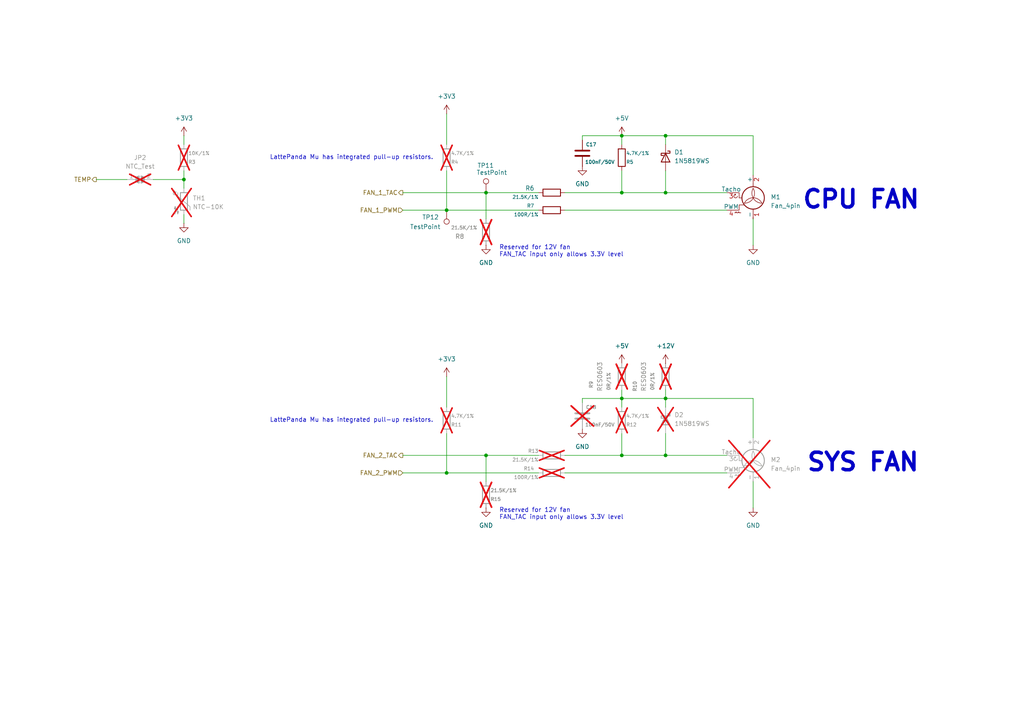
<source format=kicad_sch>
(kicad_sch (version 20250114) (generator "eeschema") (generator_version "9.0")
  (paper "A4")
  (lib_symbols
    (symbol "Connector:TestPoint" (pin_numbers (hide yes)) (pin_names (offset 0.762) (hide yes))
      (property "Reference" "TP" (at 0 6.858 0))
      (property "Value" "TestPoint" (at 0 5.08 0))
      (symbol "TestPoint_0_1"
        (circle (center 0 3.302) (radius 0.762))
      )
      (symbol "TestPoint_1_1"
        (pin passive line (at 0 0 90) (length 2.54) (name "1") (number "1"))
      )
    )
    (symbol "Device:C" (pin_numbers (hide yes)) (pin_names (offset 0.254))
      (property "Reference" "C" (at 0.635 2.54 0))
      (property "Value" "C" (at 0.635 -2.54 0))
      (symbol "C_0_1"
        (polyline (pts (xy -2.032 0.762) (xy 2.032 0.762)) (stroke (width 0.508)))
        (polyline (pts (xy -2.032 -0.762) (xy 2.032 -0.762)) (stroke (width 0.508)))
      )
      (symbol "C_1_1"
        (pin passive line (at 0 3.81 270) (length 2.794) (name "~") (number "1"))
        (pin passive line (at 0 -3.81 90) (length 2.794) (name "~") (number "2"))
      )
    )
    (symbol "Device:R" (pin_numbers (hide yes)) (pin_names (offset 0))
      (property "Reference" "R" (at 2.032 0 90))
      (property "Value" "R" (at 0 0 90))
      (symbol "R_0_1"
        (rectangle (start -1.016 -2.54) (end 1.016 2.54) (stroke (width 0.254)))
      )
      (symbol "R_1_1"
        (pin passive line (at 0 3.81 270) (length 1.27) (name "~") (number "1"))
        (pin passive line (at 0 -3.81 90) (length 1.27) (name "~") (number "2"))
      )
    )
    (symbol "Device:Thermistor_NTC" (pin_numbers (hide yes)) (pin_names (offset 0))
      (property "Reference" "TH" (at -4.445 0 90))
      (property "Value" "Thermistor_NTC" (at 3.175 0 90))
      (symbol "Thermistor_NTC_0_1"
        (arc (start -3.175 2.413) (mid -3.0506 2.3165) (end -3.048 2.159))
        (arc (start -3.048 2.794) (mid -2.9736 2.9736) (end -2.794 3.048))
        (arc (start -2.794 3.048) (mid -2.6144 2.9736) (end -2.54 2.794))
        (arc (start -2.794 2.54) (mid -2.9736 2.6144) (end -3.048 2.794))
        (arc (start -2.794 1.905) (mid -2.9736 1.9794) (end -3.048 2.159))
        (arc (start -2.54 2.159) (mid -2.6144 1.9794) (end -2.794 1.905))
        (arc (start -2.159 2.794) (mid -2.434 2.5608) (end -2.794 2.54))
        (polyline (pts (xy -2.54 2.159) (xy -2.54 2.794)))
        (polyline (pts (xy -2.54 -3.683) (xy -2.54 -1.397) (xy -2.794 -2.159) (xy -2.286 -2.159) (xy -2.54 -1.397) (xy -2.54 -1.651)) (fill (type outline)))
        (polyline (pts (xy -1.778 2.54) (xy -1.778 1.524) (xy 1.778 -1.524) (xy 1.778 -2.54)))
        (polyline (pts (xy -1.778 -1.397) (xy -1.778 -3.683) (xy -2.032 -2.921) (xy -1.524 -2.921) (xy -1.778 -3.683) (xy -1.778 -3.429)) (fill (type outline)))
        (rectangle (start -1.016 2.54) (end 1.016 -2.54) (stroke (width 0.254)))
      )
      (symbol "Thermistor_NTC_1_1"
        (pin passive line (at 0 3.81 270) (length 1.27) (name "~") (number "1"))
        (pin passive line (at 0 -3.81 90) (length 1.27) (name "~") (number "2"))
      )
    )
    (symbol "Diode:1N5819WS" (pin_numbers (hide yes)) (pin_names (offset 1.016) (hide yes))
      (property "Reference" "D" (at 0 2.54 0))
      (property "Value" "1N5819WS" (at 0 -2.54 0))
      (symbol "1N5819WS_0_1"
        (polyline (pts (xy -1.905 0.635) (xy -1.905 1.27) (xy -1.27 1.27) (xy -1.27 -1.27) (xy -0.635 -1.27) (xy -0.635 -0.635)) (stroke (width 0.254)))
        (polyline (pts (xy 1.27 1.27) (xy 1.27 -1.27) (xy -1.27 0) (xy 1.27 1.27)) (stroke (width 0.254)))
        (polyline (pts (xy 1.27 0) (xy -1.27 0)))
      )
      (symbol "1N5819WS_1_1"
        (pin passive line (at -3.81 0 0) (length 2.54) (name "K") (number "1"))
        (pin passive line (at 3.81 0 180) (length 2.54) (name "A") (number "2"))
      )
    )
    (symbol "Jumper:SolderJumper_2_Open" (pin_names (offset 0) (hide yes))
      (property "Reference" "JP" (at 0 2.032 0))
      (property "Value" "SolderJumper_2_Open" (at 0 -2.54 0))
      (symbol "SolderJumper_2_Open_0_1"
        (polyline (pts (xy -0.254 1.016) (xy -0.254 -1.016)))
        (arc (start -0.254 -1.016) (mid -1.2656 0) (end -0.254 1.016))
        (arc (start -0.254 -1.016) (mid -1.2656 0) (end -0.254 1.016) (fill (type outline)))
        (arc (start 0.254 1.016) (mid 1.2656 0) (end 0.254 -1.016))
        (arc (start 0.254 1.016) (mid 1.2656 0) (end 0.254 -1.016) (fill (type outline)))
        (polyline (pts (xy 0.254 1.016) (xy 0.254 -1.016)))
      )
      (symbol "SolderJumper_2_Open_1_1"
        (pin passive line (at -3.81 0 0) (length 2.54) (name "A") (number "1"))
        (pin passive line (at 3.81 0 180) (length 2.54) (name "B") (number "2"))
      )
    )
    (symbol "Motor:Fan_4pin" (pin_names (offset 0))
      (property "Reference" "M" (at 2.54 5.08 0))
      (property "Value" "Fan_4pin" (at 2.54 -2.54 0))
      (symbol "Fan_4pin_0_0"
        (polyline (pts (xy -5.08 2.032) (xy -5.334 2.159)))
        (polyline (pts (xy -5.08 2.032) (xy -5.207 1.778)))
        (arc (start -4.572 1.524) (mid -5.08 1.0182) (end -5.588 1.524))
        (arc (start -5.588 1.524) (mid -5.4392 1.8832) (end -5.08 2.032))
        (polyline (pts (xy -4.064 2.54) (xy -4.064 1.016) (xy -3.302 1.016)))
      )
      (symbol "Fan_4pin_0_1"
        (polyline (pts (xy -5.334 -3.302) (xy -5.08 -3.302) (xy -5.08 -3.048) (xy -4.826 -3.048) (xy -4.826 -3.302) (xy -4.318 -3.302) (xy -4.318 -3.048) (xy -4.064 -3.048) (xy -4.064 -3.302) (xy -3.556 -3.302)))
        (polyline (pts (xy -4.064 2.54) (xy -5.08 2.54)))
        (polyline (pts (xy -2.54 -1.016) (xy -4.064 -1.016) (xy -4.064 -2.54) (xy -5.08 -2.54)))
        (arc (start 0 3.81) (mid -0.0015 0.9048) (end -2.54 -0.508))
        (polyline (pts (xy 0 4.572) (xy 0 5.08)))
        (polyline (pts (xy 0 4.2672) (xy 0 4.6228)))
        (circle (center 0 1.016) (radius 3.2512) (stroke (width 0.254)))
        (arc (start -2.54 -0.508) (mid 0 1.0618) (end 2.54 -0.508))
        (polyline (pts (xy 0 -2.2352) (xy 0 -2.6416)))
        (polyline (pts (xy 0 -5.08) (xy 0 -4.572)))
        (arc (start 2.54 -0.508) (mid 0.047 0.9315) (end 0 3.81))
      )
      (symbol "Fan_4pin_1_1"
        (pin passive line (at -7.62 2.54 0) (length 2.54) (name "Tacho") (number "3"))
        (pin input line (at -7.62 -2.54 0) (length 2.54) (name "PWM") (number "4"))
        (pin passive line (at 0 7.62 270) (length 2.54) (name "+") (number "2"))
        (pin passive line (at 0 -5.08 90) (length 2.54) (name "-") (number "1"))
      )
    )
    (symbol "power:+12V" (power) (pin_numbers (hide yes)) (pin_names (offset 0) (hide yes))
      (property "Value" "+12V" (at 0 3.556 0))
      (symbol "+12V_0_1"
        (polyline (pts (xy -0.762 1.27) (xy 0 2.54)))
        (polyline (pts (xy 0 2.54) (xy 0.762 1.27)))
        (polyline (pts (xy 0 0) (xy 0 2.54)))
      )
      (symbol "+12V_1_1"
        (pin power_in line (at 0 0 90) (length 0) (name "~") (number "1"))
      )
    )
    (symbol "power:+3V3" (power) (pin_numbers (hide yes)) (pin_names (offset 0) (hide yes))
      (property "Value" "+3V3" (at 0 3.556 0))
      (symbol "+3V3_0_1"
        (polyline (pts (xy -0.762 1.27) (xy 0 2.54)))
        (polyline (pts (xy 0 2.54) (xy 0.762 1.27)))
        (polyline (pts (xy 0 0) (xy 0 2.54)))
      )
      (symbol "+3V3_1_1"
        (pin power_in line (at 0 0 90) (length 0) (name "~") (number "1"))
      )
    )
    (symbol "power:+5V" (power) (pin_numbers (hide yes)) (pin_names (offset 0) (hide yes))
      (property "Value" "+5V" (at 0 3.556 0))
      (symbol "+5V_0_1"
        (polyline (pts (xy -0.762 1.27) (xy 0 2.54)))
        (polyline (pts (xy 0 2.54) (xy 0.762 1.27)))
        (polyline (pts (xy 0 0) (xy 0 2.54)))
      )
      (symbol "+5V_1_1"
        (pin power_in line (at 0 0 90) (length 0) (name "~") (number "1"))
      )
    )
    (symbol "power:GND" (power) (pin_numbers (hide yes)) (pin_names (offset 0) (hide yes))
      (property "Value" "GND" (at 0 -3.81 0))
      (symbol "GND_0_1"
        (polyline (pts (xy 0 0) (xy 0 -1.27) (xy 1.27 -1.27) (xy 0 -2.54) (xy -1.27 -1.27) (xy 0 -1.27)))
      )
      (symbol "GND_1_1"
        (pin power_in line (at 0 0 270) (length 0) (name "~") (number "1"))
      )
    )
  )
  (text "CPU FAN" (at 232.41 60.96 0) (effects (font (size 5.08 5.08) (bold yes)) (justify left bottom)))
  (text "Reserved for 12V fan\nFAN_TAC input only allows 3.3V level" (at 144.78 147.32 0) (effects (font (size 1.27 1.27)) (justify left top)))
  (text "SYS FAN" (at 233.68 137.16 0) (effects (font (size 5.08 5.08) (bold yes)) (justify left bottom)))
  (text "LattePanda Mu has integrated pull-up resistors." (at 125.73 121.92 0) (effects (font (size 1.27 1.27)) (justify right)))
  (text "Reserved for 12V fan\nFAN_TAC input only allows 3.3V level" (at 144.78 71.12 0) (effects (font (size 1.27 1.27)) (justify left top)))
  (text "LattePanda Mu has integrated pull-up resistors." (at 125.73 45.72 0) (effects (font (size 1.27 1.27)) (justify right)))
  (junction (at 193.04 115.57))
  (junction (at 53.34 52.07))
  (junction (at 140.97 132.08))
  (junction (at 193.04 55.88))
  (junction (at 140.97 55.88))
  (junction (at 129.54 137.16))
  (junction (at 180.34 115.57))
  (junction (at 193.04 132.08))
  (junction (at 129.54 60.96))
  (junction (at 180.34 132.08))
  (junction (at 180.34 55.88))
  (junction (at 193.04 39.37))
  (junction (at 180.34 39.37))
  (wire (pts (xy 163.83 55.88) (xy 180.34 55.88)))
  (wire (pts (xy 129.54 60.96) (xy 156.21 60.96)))
  (wire (pts (xy 180.34 115.57) (xy 180.34 118.11)))
  (wire (pts (xy 168.91 40.64) (xy 168.91 39.37)))
  (wire (pts (xy 53.34 49.53) (xy 53.34 52.07)))
  (wire (pts (xy 210.82 55.88) (xy 193.04 55.88)))
  (wire (pts (xy 168.91 115.57) (xy 180.34 115.57)))
  (wire (pts (xy 193.04 115.57) (xy 180.34 115.57)))
  (wire (pts (xy 116.84 60.96) (xy 129.54 60.96)))
  (wire (pts (xy 163.83 137.16) (xy 210.82 137.16)))
  (wire (pts (xy 163.83 132.08) (xy 180.34 132.08)))
  (wire (pts (xy 180.34 39.37) (xy 180.34 41.91)))
  (wire (pts (xy 129.54 137.16) (xy 156.21 137.16)))
  (wire (pts (xy 168.91 116.84) (xy 168.91 115.57)))
  (wire (pts (xy 116.84 132.08) (xy 140.97 132.08)))
  (wire (pts (xy 193.04 118.11) (xy 193.04 115.57)))
  (wire (pts (xy 218.44 39.37) (xy 193.04 39.37)))
  (wire (pts (xy 140.97 55.88) (xy 140.97 63.5)))
  (wire (pts (xy 193.04 41.91) (xy 193.04 39.37)))
  (wire (pts (xy 53.34 39.37) (xy 53.34 41.91)))
  (wire (pts (xy 129.54 33.02) (xy 129.54 41.91)))
  (wire (pts (xy 27.94 52.07) (xy 36.83 52.07)))
  (wire (pts (xy 193.04 113.03) (xy 193.04 115.57)))
  (wire (pts (xy 116.84 137.16) (xy 129.54 137.16)))
  (wire (pts (xy 129.54 49.53) (xy 129.54 60.96)))
  (wire (pts (xy 129.54 125.73) (xy 129.54 137.16)))
  (wire (pts (xy 218.44 115.57) (xy 193.04 115.57)))
  (wire (pts (xy 193.04 55.88) (xy 193.04 49.53)))
  (wire (pts (xy 140.97 132.08) (xy 156.21 132.08)))
  (wire (pts (xy 180.34 49.53) (xy 180.34 55.88)))
  (wire (pts (xy 163.83 60.96) (xy 210.82 60.96)))
  (wire (pts (xy 140.97 132.08) (xy 140.97 139.7)))
  (wire (pts (xy 193.04 39.37) (xy 180.34 39.37)))
  (wire (pts (xy 193.04 132.08) (xy 193.04 125.73)))
  (wire (pts (xy 218.44 127) (xy 218.44 115.57)))
  (wire (pts (xy 53.34 52.07) (xy 53.34 54.61)))
  (wire (pts (xy 180.34 113.03) (xy 180.34 115.57)))
  (wire (pts (xy 140.97 55.88) (xy 156.21 55.88)))
  (wire (pts (xy 168.91 39.37) (xy 180.34 39.37)))
  (wire (pts (xy 218.44 50.8) (xy 218.44 39.37)))
  (wire (pts (xy 180.34 125.73) (xy 180.34 132.08)))
  (wire (pts (xy 53.34 62.23) (xy 53.34 64.77)))
  (wire (pts (xy 129.54 109.22) (xy 129.54 118.11)))
  (wire (pts (xy 180.34 55.88) (xy 193.04 55.88)))
  (wire (pts (xy 116.84 55.88) (xy 140.97 55.88)))
  (wire (pts (xy 218.44 139.7) (xy 218.44 147.32)))
  (wire (pts (xy 44.45 52.07) (xy 53.34 52.07)))
  (wire (pts (xy 218.44 63.5) (xy 218.44 71.12)))
  (wire (pts (xy 210.82 132.08) (xy 193.04 132.08)))
  (wire (pts (xy 180.34 132.08) (xy 193.04 132.08)))
  (hierarchical_label "FAN_1_PWM" (shape input) (at 116.84 60.96 180))
  (hierarchical_label "TEMP" (shape output) (at 27.94 52.07 180))
  (hierarchical_label "FAN_2_PWM" (shape input) (at 116.84 137.16 180))
  (hierarchical_label "FAN_1_TAC" (shape output) (at 116.84 55.88 180))
  (hierarchical_label "FAN_2_TAC" (shape output) (at 116.84 132.08 180))
  (symbol (lib_id "Device:R") (at 160.02 60.96 90) (unit 1)
    (property "Reference" "R7" (at 154.94 59.69 90) (effects (font (size 1 1)) (justify left)))
    (property "Value" "100R/1%" (at 156.21 62.23 90) (effects (font (size 1 1)) (justify left)))
    (property "Footprint" "A_HDJ_Library:R_0402_1005Metric" (effects (hide yes)))
  )
  (symbol (lib_id "Device:R") (at 160.02 137.16 90) (unit 1) (in_bom no) (on_board no) (dnp yes)
    (property "Reference" "R14" (at 154.94 135.89 90) (effects (font (size 1 1)) (justify left)))
    (property "Value" "100R/1%" (at 156.21 138.43 90) (effects (font (size 1 1)) (justify left)))
    (property "Footprint" "Resistor_SMD:R_0402_1005Metric" (effects (hide yes)))
  )
  (symbol (lib_id "Jumper:SolderJumper_2_Open") (at 40.64 52.07 0) (unit 1) (exclude_from_sim yes) (in_bom no) (on_board no) (dnp yes)
    (property "Reference" "JP2" (at 40.64 45.72 0))
    (property "Value" "NTC_Test" (at 40.64 48.26 0))
    (property "Footprint" "Jumper:SolderJumper-2_P1.3mm_Open_RoundedPad1.0x1.5mm" (effects (hide yes)))
  )
  (symbol (lib_id "Device:R") (at 140.97 67.31 0) (unit 1) (in_bom no) (dnp yes)
    (property "Reference" "R8" (at 133.35 68.58 0))
    (property "Value" "21.5K/1%" (at 134.62 66.04 0) (effects (font (size 1 1))))
    (property "Footprint" "Resistor_SMD:R_0402_1005Metric" (effects (hide yes)))
  )
  (symbol (lib_id "power:+5V") (at 180.34 105.41 0) (unit 1)
    (property "Reference" "#PWR013" (effects (hide yes)))
    (property "Value" "+5V" (at 180.34 100.33 0))
  )
  (symbol (lib_id "Device:R") (at 193.04 109.22 180) (unit 1) (in_bom no) (on_board no) (dnp yes)
    (property "Reference" "R10" (at 184.15 110.49 90) (effects (font (size 1 1)) (justify left)))
    (property "Value" "0R/1%" (at 189.23 107.95 90) (effects (font (size 1 1)) (justify left)))
    (property "Footprint" "RES0603" (at 186.69 109.22 90))
  )
  (symbol (lib_id "Device:Thermistor_NTC") (at 53.34 58.42 0) (unit 1) (in_bom no) (on_board no) (dnp yes)
    (property "Reference" "TH1" (at 55.88 57.4675 0) (effects (justify left)))
    (property "Value" "NTC-10K" (at 55.88 60.0075 0) (effects (justify left)))
    (property "Footprint" "Resistor_SMD:R_0603_1608Metric" (effects (hide yes)))
  )
  (symbol (lib_id "Device:C") (at 168.91 44.45 0) (unit 1)
    (property "Reference" "C17" (at 171.45 41.91 0) (effects (font (size 1 1))))
    (property "Value" "100nF/50V" (at 173.99 46.99 0) (effects (font (size 1 1))))
    (property "Footprint" "A_HDJ_Library:C_0402_1005Metric" (effects (hide yes)))
    (property "SCH_Show_Footprint" "C0402" (effects (hide yes)))
  )
  (symbol (lib_id "power:GND") (at 168.91 124.46 0) (unit 1)
    (property "Reference" "#PWR0117" (effects (hide yes)))
    (property "Value" "GND" (at 168.91 129.54 0))
  )
  (symbol (lib_id "Connector:TestPoint") (at 129.54 60.96 180) (unit 1) (in_bom no)
    (property "Reference" "TP12" (at 122.428 62.992 0) (effects (justify right)))
    (property "Value" "TestPoint" (at 118.872 65.786 0) (effects (justify right)))
    (property "Footprint" "A_HDJ_Library:TestPoint_Pad_D1.5mm" (effects (hide yes)))
    (property "Description" "test point" (effects (hide yes)))
  )
  (symbol (lib_id "Motor:Fan_4pin") (at 218.44 134.62 0) (unit 1) (in_bom no) (on_board no) (dnp yes)
    (property "Reference" "M2" (at 223.52 133.35 0) (effects (justify left)))
    (property "Value" "Fan_4pin" (at 223.52 135.89 0) (effects (justify left)))
    (property "Footprint" "Connector_JST:JST_PH_B4B-PH-K_1x04_P2.00mm_Vertical" (effects (hide yes)))
    (property "Datasheet" "http://www.formfactors.org/developer%5Cspecs%5Crev1_2_public.pdf" (effects (hide yes)))
  )
  (symbol (lib_id "power:GND") (at 218.44 71.12 0) (unit 1)
    (property "Reference" "#PWR0123" (effects (hide yes)))
    (property "Value" "GND" (at 218.44 76.2 0))
  )
  (symbol (lib_id "Diode:1N5819WS") (at 193.04 121.92 270) (unit 1) (in_bom no) (on_board no) (dnp yes)
    (property "Reference" "D2" (at 195.58 120.3325 90) (effects (justify left)))
    (property "Value" "1N5819WS" (at 195.58 122.8725 90) (effects (justify left)))
    (property "Footprint" "Diode_SMD:D_SOD-323" (effects (hide yes)))
    (property "Datasheet" "https://datasheet.lcsc.com/lcsc/2204281430_Guangdong-Hottech-1N5819WS_C191023.pdf" (effects (hide yes)))
    (property "SCH_Show_Footprint" "SOD-323" (effects (hide yes)))
  )
  (symbol (lib_id "power:+5V") (at 180.34 39.37 0) (unit 1)
    (property "Reference" "#PWR0118" (effects (hide yes)))
    (property "Value" "+5V" (at 180.34 34.29 0))
  )
  (symbol (lib_id "power:GND") (at 140.97 71.12 0) (unit 1)
    (property "Reference" "#PWR0114" (effects (hide yes)))
    (property "Value" "GND" (at 140.97 76.2 0))
  )
  (symbol (lib_id "Device:C") (at 168.91 120.65 0) (unit 1) (in_bom no) (on_board no) (dnp yes)
    (property "Reference" "C18" (at 171.45 118.11 0) (effects (font (size 1 1))))
    (property "Value" "100nF/50V" (at 173.99 123.19 0) (effects (font (size 1 1))))
    (property "Footprint" "Capacitor_SMD:C_0402_1005Metric" (effects (hide yes)))
    (property "SCH_Show_Footprint" "C0402" (effects (hide yes)))
  )
  (symbol (lib_id "power:+12V") (at 193.04 105.41 0) (unit 1)
    (property "Reference" "#PWR0121" (effects (hide yes)))
    (property "Value" "+12V" (at 193.04 100.33 0))
  )
  (symbol (lib_id "Device:R") (at 129.54 45.72 0) (unit 1) (in_bom no) (dnp yes)
    (property "Reference" "R4" (at 130.81 46.99 0) (effects (font (size 1 1)) (justify left)))
    (property "Value" "4.7K/1%" (at 130.81 44.45 0) (effects (font (size 1 1)) (justify left)))
    (property "Footprint" "Resistor_SMD:R_0402_1005Metric" (effects (hide yes)))
  )
  (symbol (lib_id "Device:R") (at 160.02 132.08 90) (unit 1) (in_bom no) (on_board no) (dnp yes)
    (property "Reference" "R13" (at 156.21 130.81 90) (effects (font (size 1 1)) (justify left)))
    (property "Value" "21.5K/1%" (at 156.21 133.35 90) (effects (font (size 1 1)) (justify left)))
    (property "Footprint" "Resistor_SMD:R_0402_1005Metric" (effects (hide yes)))
  )
  (symbol (lib_id "power:GND") (at 218.44 147.32 0) (unit 1)
    (property "Reference" "#PWR0125" (effects (hide yes)))
    (property "Value" "GND" (at 218.44 152.4 0))
  )
  (symbol (lib_id "Motor:Fan_4pin") (at 218.44 58.42 0) (unit 1)
    (property "Reference" "M1" (at 223.52 57.15 0) (effects (justify left)))
    (property "Value" "Fan_4pin" (at 223.52 59.69 0) (effects (justify left)))
    (property "Footprint" "A_HDJ_Library:JST_PH_B4B-PH-K_1x04_P2.00mm_Vertical" (effects (hide yes)))
    (property "Datasheet" "http://www.formfactors.org/developer%5Cspecs%5Crev1_2_public.pdf" (effects (hide yes)))
  )
  (symbol (lib_id "power:GND") (at 140.97 147.32 0) (unit 1)
    (property "Reference" "#PWR0115" (effects (hide yes)))
    (property "Value" "GND" (at 140.97 152.4 0))
  )
  (symbol (lib_id "Device:R") (at 129.54 121.92 0) (unit 1) (in_bom no) (on_board no) (dnp yes)
    (property "Reference" "R11" (at 130.81 123.19 0) (effects (font (size 1 1)) (justify left)))
    (property "Value" "4.7K/1%" (at 130.81 120.65 0) (effects (font (size 1 1)) (justify left)))
    (property "Footprint" "Resistor_SMD:R_0402_1005Metric" (effects (hide yes)))
  )
  (symbol (lib_id "Device:R") (at 160.02 55.88 270) (unit 1)
    (property "Reference" "R6" (at 153.67 54.61 90))
    (property "Value" "21.5K/1%" (at 152.4 57.15 90) (effects (font (size 1 1))))
    (property "Footprint" "A_HDJ_Library:R_0402_1005Metric" (effects (hide yes)))
  )
  (symbol (lib_id "power:+3V3") (at 53.34 39.37 0) (unit 1)
    (property "Reference" "#PWR0113" (effects (hide yes)))
    (property "Value" "+3V3" (at 53.34 34.29 0))
  )
  (symbol (lib_id "power:GND") (at 168.91 48.26 0) (unit 1)
    (property "Reference" "#PWR0116" (effects (hide yes)))
    (property "Value" "GND" (at 168.91 53.34 0))
  )
  (symbol (lib_id "Device:R") (at 53.34 45.72 0) (unit 1) (in_bom no) (on_board no) (dnp yes)
    (property "Reference" "R3" (at 54.61 46.99 0) (effects (font (size 1 1)) (justify left)))
    (property "Value" "10K/1%" (at 54.61 44.45 0) (effects (font (size 1 1)) (justify left)))
    (property "Footprint" "Resistor_SMD:R_0402_1005Metric" (effects (hide yes)))
  )
  (symbol (lib_id "Device:R") (at 140.97 143.51 0) (unit 1) (in_bom no) (on_board no) (dnp yes)
    (property "Reference" "R15" (at 142.24 144.78 0) (effects (font (size 1 1)) (justify left)))
    (property "Value" "21.5K/1%" (at 142.24 142.24 0) (effects (font (size 1 1)) (justify left)))
    (property "Footprint" "Resistor_SMD:R_0402_1005Metric" (effects (hide yes)))
  )
  (symbol (lib_id "power:+3V3") (at 129.54 33.02 0) (unit 1)
    (property "Reference" "#PWR0110" (effects (hide yes)))
    (property "Value" "+3V3" (at 129.54 27.94 0))
  )
  (symbol (lib_id "Diode:1N5819WS") (at 193.04 45.72 270) (unit 1)
    (property "Reference" "D1" (at 195.58 44.1325 90) (effects (justify left)))
    (property "Value" "1N5819WS" (at 195.58 46.6725 90) (effects (justify left)))
    (property "Footprint" "A_HDJ_Library:D_SOD-323" (effects (hide yes)))
    (property "Datasheet" "https://datasheet.lcsc.com/lcsc/2204281430_Guangdong-Hottech-1N5819WS_C191023.pdf" (effects (hide yes)))
    (property "SCH_Show_Footprint" "SOD-323" (effects (hide yes)))
  )
  (symbol (lib_id "power:+3V3") (at 129.54 109.22 0) (unit 1)
    (property "Reference" "#PWR0112" (effects (hide yes)))
    (property "Value" "+3V3" (at 129.54 104.14 0))
  )
  (symbol (lib_id "Device:R") (at 180.34 121.92 0) (unit 1) (in_bom no) (on_board no) (dnp yes)
    (property "Reference" "R12" (at 181.61 123.19 0) (effects (font (size 1 1)) (justify left)))
    (property "Value" "4.7K/1%" (at 181.61 120.65 0) (effects (font (size 1 1)) (justify left)))
    (property "Footprint" "Resistor_SMD:R_0402_1005Metric" (effects (hide yes)))
  )
  (symbol (lib_id "Device:R") (at 180.34 45.72 0) (unit 1)
    (property "Reference" "R5" (at 181.61 46.99 0) (effects (font (size 1 1)) (justify left)))
    (property "Value" "4.7K/1%" (at 181.61 44.45 0) (effects (font (size 1 1)) (justify left)))
    (property "Footprint" "A_HDJ_Library:R_0402_1005Metric" (effects (hide yes)))
  )
  (symbol (lib_id "Device:R") (at 180.34 109.22 180) (unit 1) (in_bom no) (on_board no) (dnp yes)
    (property "Reference" "R9" (at 171.45 110.49 90) (effects (font (size 1 1)) (justify left)))
    (property "Value" "0R/1%" (at 176.53 107.95 90) (effects (font (size 1 1)) (justify left)))
    (property "Footprint" "RES0603" (at 173.99 109.22 90))
  )
  (symbol (lib_id "Connector:TestPoint") (at 140.97 55.88 0) (unit 1) (in_bom no)
    (property "Reference" "TP11" (at 138.43 48.006 0) (effects (justify left)))
    (property "Value" "TestPoint" (at 138.176 50.038 0) (effects (justify left)))
    (property "Footprint" "A_HDJ_Library:TestPoint_Pad_D1.5mm" (effects (hide yes)))
    (property "Description" "test point" (effects (hide yes)))
  )
  (symbol (lib_id "power:GND") (at 53.34 64.77 0) (unit 1)
    (property "Reference" "#PWR0111" (effects (hide yes)))
    (property "Value" "GND" (at 53.34 69.85 0))
  )
)
</source>
